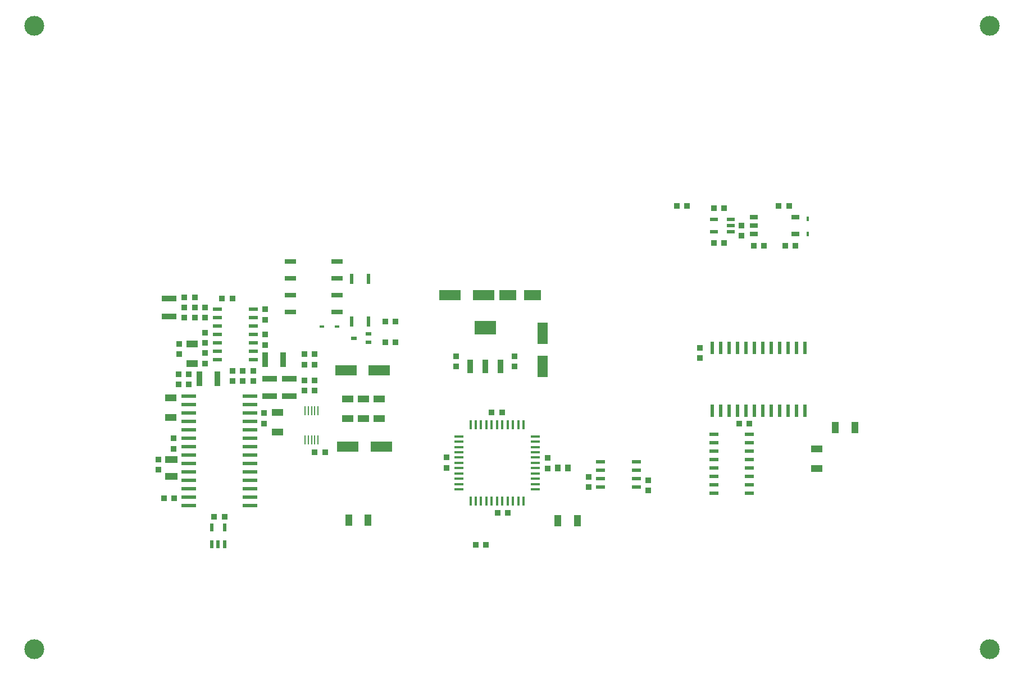
<source format=gtp>
G04*
G04 #@! TF.GenerationSoftware,Altium Limited,Altium Designer,21.0.9 (235)*
G04*
G04 Layer_Color=8421504*
%FSLAX25Y25*%
%MOIN*%
G70*
G04*
G04 #@! TF.SameCoordinates,FC657041-C44E-4033-8C41-746D20BA6EEE*
G04*
G04*
G04 #@! TF.FilePolarity,Positive*
G04*
G01*
G75*
%ADD10C,0.11811*%
%ADD11R,0.03543X0.03740*%
%ADD12R,0.06890X0.04331*%
%ADD16R,0.09055X0.03543*%
%ADD17R,0.03543X0.09055*%
%ADD18R,0.12598X0.06299*%
%ADD19R,0.03740X0.03543*%
%ADD20R,0.05709X0.02362*%
%ADD21R,0.07480X0.04331*%
%ADD22R,0.03622X0.03858*%
%ADD23R,0.08661X0.02362*%
%ADD24R,0.02362X0.07480*%
%ADD25R,0.02362X0.04724*%
%ADD26R,0.09843X0.06496*%
%ADD27R,0.06299X0.12598*%
%ADD28R,0.03543X0.08465*%
%ADD29R,0.12598X0.08465*%
%ADD30R,0.07087X0.03150*%
%ADD31R,0.04331X0.06890*%
%ADD32R,0.02362X0.06299*%
%ADD33R,0.03543X0.02165*%
%ADD34R,0.04724X0.02362*%
%ADD35R,0.01575X0.03150*%
%ADD36R,0.04724X0.03150*%
%ADD37R,0.03150X0.01575*%
%ADD73R,0.00787X0.05315*%
%ADD74R,0.01772X0.05315*%
%ADD75R,0.05315X0.01772*%
D10*
X11811Y11811D02*
D03*
X578740Y11811D02*
D03*
Y381890D02*
D03*
X11811Y381890D02*
D03*
D11*
X94832Y101217D02*
D03*
X88730D02*
D03*
X118549Y90390D02*
D03*
X124651D02*
D03*
X184353Y128815D02*
D03*
X178251D02*
D03*
X289320Y152201D02*
D03*
X283218D02*
D03*
X123179Y220114D02*
D03*
X129281D02*
D03*
X106939Y220803D02*
D03*
X100836D02*
D03*
X220128Y206236D02*
D03*
X226230D02*
D03*
X220029Y193881D02*
D03*
X226132D02*
D03*
X399065Y275036D02*
D03*
X392962D02*
D03*
X415108Y273657D02*
D03*
X421210D02*
D03*
X421210Y253087D02*
D03*
X415108D02*
D03*
X453592Y275036D02*
D03*
X459694D02*
D03*
X438730Y251512D02*
D03*
X444832D02*
D03*
X457431Y251512D02*
D03*
X463533D02*
D03*
X436072Y145606D02*
D03*
X429970D02*
D03*
X286761Y92654D02*
D03*
X292864D02*
D03*
X279813Y73559D02*
D03*
X273710D02*
D03*
X178096Y180783D02*
D03*
X171994D02*
D03*
Y186984D02*
D03*
X178096D02*
D03*
D12*
X155954Y140587D02*
D03*
Y152201D02*
D03*
X92765Y149484D02*
D03*
Y161099D02*
D03*
X216599Y160469D02*
D03*
Y148854D02*
D03*
X207214Y160469D02*
D03*
Y148854D02*
D03*
X197883Y160469D02*
D03*
Y148854D02*
D03*
X476033Y130744D02*
D03*
Y119130D02*
D03*
X105475Y193047D02*
D03*
Y181433D02*
D03*
D16*
X91781Y209484D02*
D03*
Y220114D02*
D03*
X163041Y161886D02*
D03*
Y172516D02*
D03*
X151328Y161886D02*
D03*
Y172516D02*
D03*
D17*
X148868Y183559D02*
D03*
X159498D02*
D03*
X120324Y172378D02*
D03*
X109694D02*
D03*
D18*
X217737Y132122D02*
D03*
X197883D02*
D03*
X258542Y222181D02*
D03*
X278395D02*
D03*
X216599Y177299D02*
D03*
X196746D02*
D03*
D19*
X129271Y171000D02*
D03*
Y177102D02*
D03*
X256545Y125528D02*
D03*
Y119425D02*
D03*
X296801Y179661D02*
D03*
Y185764D02*
D03*
X261958D02*
D03*
Y179661D02*
D03*
X113238Y214701D02*
D03*
Y208598D02*
D03*
X107037D02*
D03*
Y214701D02*
D03*
X100836Y214701D02*
D03*
Y208598D02*
D03*
X431584Y257221D02*
D03*
Y263323D02*
D03*
X406742Y190784D02*
D03*
Y184681D02*
D03*
X376230Y106040D02*
D03*
Y112142D02*
D03*
X340698Y114110D02*
D03*
Y108008D02*
D03*
X316289Y119130D02*
D03*
Y125232D02*
D03*
X148868Y213559D02*
D03*
Y207457D02*
D03*
Y198559D02*
D03*
Y192457D02*
D03*
X178233Y165272D02*
D03*
Y171374D02*
D03*
X172092D02*
D03*
Y165272D02*
D03*
X141673Y171000D02*
D03*
Y177102D02*
D03*
X148179Y151945D02*
D03*
Y145843D02*
D03*
X135472Y177102D02*
D03*
Y171000D02*
D03*
X94340Y136945D02*
D03*
Y130842D02*
D03*
X85482Y124346D02*
D03*
Y118244D02*
D03*
X103494Y175035D02*
D03*
Y168933D02*
D03*
X97293D02*
D03*
Y175035D02*
D03*
X113238Y181433D02*
D03*
Y187536D02*
D03*
Y193559D02*
D03*
Y199661D02*
D03*
X97687Y186945D02*
D03*
Y193047D02*
D03*
D20*
X120324Y213559D02*
D03*
Y208559D02*
D03*
Y203559D02*
D03*
Y198559D02*
D03*
Y193559D02*
D03*
Y188559D02*
D03*
Y183559D02*
D03*
X141781Y213559D02*
D03*
Y208559D02*
D03*
Y203559D02*
D03*
Y198559D02*
D03*
Y193559D02*
D03*
Y188559D02*
D03*
Y183559D02*
D03*
X436072Y104366D02*
D03*
Y109366D02*
D03*
Y114366D02*
D03*
Y119366D02*
D03*
Y124366D02*
D03*
Y129366D02*
D03*
Y134366D02*
D03*
Y139366D02*
D03*
X415009Y104366D02*
D03*
Y109366D02*
D03*
Y114366D02*
D03*
Y119366D02*
D03*
Y124366D02*
D03*
Y129366D02*
D03*
Y134366D02*
D03*
Y139366D02*
D03*
X369242Y107988D02*
D03*
Y112988D02*
D03*
Y117988D02*
D03*
Y122988D02*
D03*
X347785Y107988D02*
D03*
Y112988D02*
D03*
Y117988D02*
D03*
Y122988D02*
D03*
D21*
X93257Y124346D02*
D03*
Y114504D02*
D03*
D22*
X328501Y119327D02*
D03*
X322391D02*
D03*
D23*
X103494Y161945D02*
D03*
Y156945D02*
D03*
Y151945D02*
D03*
Y146945D02*
D03*
Y141945D02*
D03*
Y136945D02*
D03*
Y131945D02*
D03*
Y126945D02*
D03*
Y121945D02*
D03*
Y116945D02*
D03*
Y111945D02*
D03*
Y106945D02*
D03*
Y101945D02*
D03*
Y96945D02*
D03*
X139714D02*
D03*
Y101945D02*
D03*
Y106945D02*
D03*
Y111945D02*
D03*
Y116945D02*
D03*
Y121945D02*
D03*
Y126945D02*
D03*
Y131945D02*
D03*
Y136945D02*
D03*
Y141945D02*
D03*
Y146945D02*
D03*
Y151945D02*
D03*
Y156945D02*
D03*
Y161945D02*
D03*
D24*
X414183Y153382D02*
D03*
X419183D02*
D03*
X424183D02*
D03*
X429183D02*
D03*
X434183D02*
D03*
X439183D02*
D03*
X444183D02*
D03*
X449183D02*
D03*
X454183D02*
D03*
X459183D02*
D03*
X464183D02*
D03*
X469183D02*
D03*
X414183Y190783D02*
D03*
X419183D02*
D03*
X424183D02*
D03*
X429183D02*
D03*
X434183D02*
D03*
X439183D02*
D03*
X444183D02*
D03*
X449183D02*
D03*
X454183D02*
D03*
X459183D02*
D03*
X464183D02*
D03*
X469183D02*
D03*
D25*
X117171Y83909D02*
D03*
X124651D02*
D03*
Y74067D02*
D03*
X120911D02*
D03*
X117171D02*
D03*
D26*
X307431Y222181D02*
D03*
X292667D02*
D03*
D27*
X313533Y179661D02*
D03*
Y199515D02*
D03*
D28*
X279380Y179661D02*
D03*
X288435D02*
D03*
X270324D02*
D03*
D29*
X279380Y202693D02*
D03*
D30*
X163773Y211906D02*
D03*
Y221905D02*
D03*
Y241905D02*
D03*
Y231906D02*
D03*
X191332D02*
D03*
Y241905D02*
D03*
Y221905D02*
D03*
Y211906D02*
D03*
D31*
X322352Y87880D02*
D03*
X333966D02*
D03*
X209891Y88323D02*
D03*
X198277D02*
D03*
X487214Y143441D02*
D03*
X498828D02*
D03*
D32*
X200167Y206236D02*
D03*
X210167D02*
D03*
X200167Y231827D02*
D03*
X210167D02*
D03*
D33*
X201309Y196440D02*
D03*
X210167Y198999D02*
D03*
Y193881D02*
D03*
D34*
X415108Y259583D02*
D03*
Y267063D02*
D03*
X424950D02*
D03*
Y263323D02*
D03*
Y259583D02*
D03*
D35*
X470915Y267358D02*
D03*
Y258303D02*
D03*
D36*
X438730Y258323D02*
D03*
Y263323D02*
D03*
Y268323D02*
D03*
X463533Y258323D02*
D03*
Y268323D02*
D03*
D37*
X191332Y203284D02*
D03*
X182277D02*
D03*
D73*
X180219Y135862D02*
D03*
X178251D02*
D03*
X176282D02*
D03*
X174314D02*
D03*
X172345D02*
D03*
Y153382D02*
D03*
X174314D02*
D03*
X176282D02*
D03*
X178251D02*
D03*
X180219D02*
D03*
D74*
X302116Y145016D02*
D03*
X270620D02*
D03*
X273769D02*
D03*
X276919D02*
D03*
X280068D02*
D03*
X283218D02*
D03*
X286368D02*
D03*
X289517D02*
D03*
X292667D02*
D03*
X295816D02*
D03*
X298966D02*
D03*
X302116Y99740D02*
D03*
X298966D02*
D03*
X295816D02*
D03*
X292667D02*
D03*
X289517D02*
D03*
X286368D02*
D03*
X283218D02*
D03*
X280068D02*
D03*
X276919D02*
D03*
X273769D02*
D03*
X270620D02*
D03*
D75*
X309005Y138126D02*
D03*
Y134976D02*
D03*
Y131827D02*
D03*
Y128677D02*
D03*
Y125528D02*
D03*
Y122378D02*
D03*
Y119228D02*
D03*
Y116079D02*
D03*
Y112929D02*
D03*
Y109780D02*
D03*
Y106630D02*
D03*
X263730D02*
D03*
Y109780D02*
D03*
Y112929D02*
D03*
Y116079D02*
D03*
Y119228D02*
D03*
Y122378D02*
D03*
Y125528D02*
D03*
Y128677D02*
D03*
Y131827D02*
D03*
Y134976D02*
D03*
Y138126D02*
D03*
M02*

</source>
